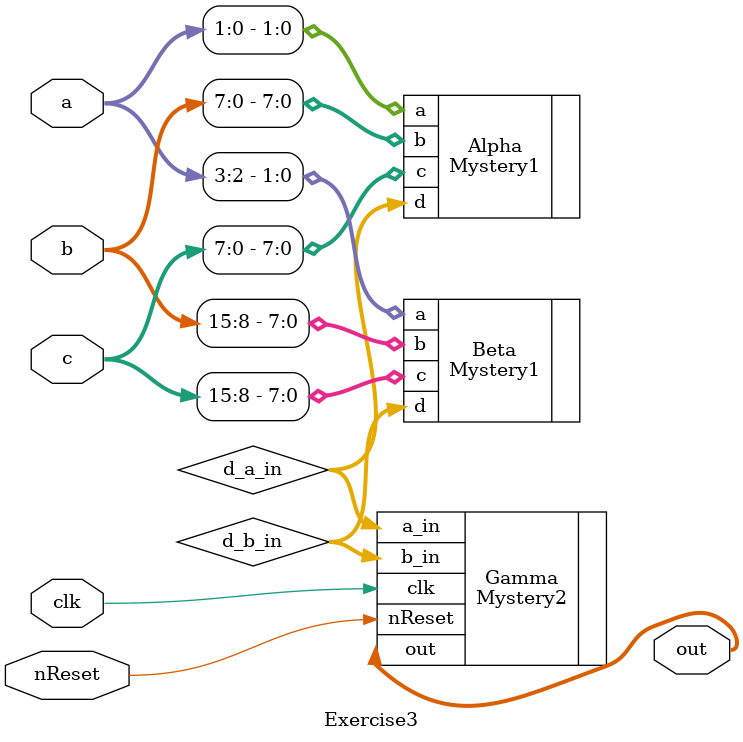
<source format=sv>
module Exercise3 (
    input clk,
    input nReset,
    input [3:0] a,
    input [15:0] b,
    input [15:0] c,
    output [15:0] out
);
    wire [7:0] d_a_in, d_b_in;
    Mystery1 Alpha(.a(a[1:0]), .b(b[7:0]), .c(c[7:0]), .d(d_a_in));
    Mystery1 Beta(.a(a[3:2]), .b(b[15:8]), .c(c[15:8]), .d(d_b_in));
    Mystery2 Gamma(.clk(clk), .nReset(nReset), .a_in(d_a_in), .b_in(d_b_in), .out(out));

endmodule

</source>
